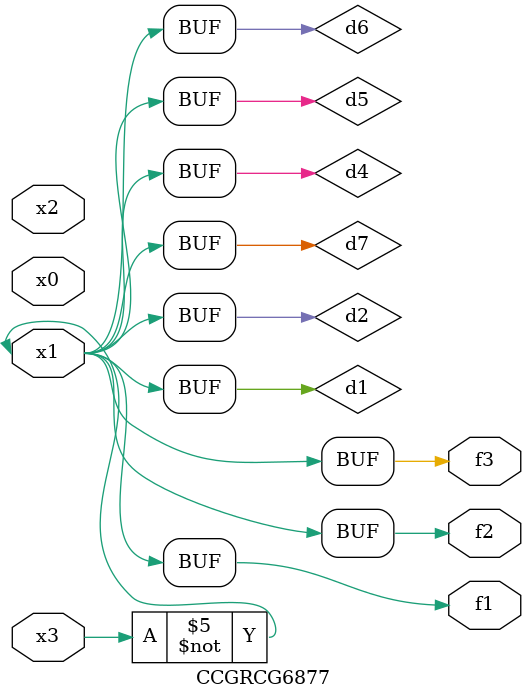
<source format=v>
module CCGRCG6877(
	input x0, x1, x2, x3,
	output f1, f2, f3
);

	wire d1, d2, d3, d4, d5, d6, d7;

	not (d1, x3);
	buf (d2, x1);
	xnor (d3, d1, d2);
	nor (d4, d1);
	buf (d5, d1, d2);
	buf (d6, d4, d5);
	nand (d7, d4);
	assign f1 = d6;
	assign f2 = d7;
	assign f3 = d6;
endmodule

</source>
